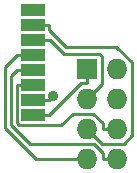
<source format=gtl>
G04 #@! TF.FileFunction,Copper,L1,Top,Signal*
%FSLAX46Y46*%
G04 Gerber Fmt 4.6, Leading zero omitted, Abs format (unit mm)*
G04 Created by KiCad (PCBNEW 4.0.2-stable) date Lundi 30 mai 2016 16:07:32*
%MOMM*%
G01*
G04 APERTURE LIST*
%ADD10C,0.100000*%
%ADD11R,2.000000X1.000000*%
%ADD12R,1.727200X1.727200*%
%ADD13O,1.727200X1.727200*%
%ADD14C,0.889000*%
%ADD15C,0.254000*%
G04 APERTURE END LIST*
D10*
D11*
X56500000Y-40200000D03*
X56500000Y-38930000D03*
X56500000Y-37660000D03*
X56500000Y-36390000D03*
X56500000Y-35120000D03*
X56500000Y-33850000D03*
X56500000Y-32580000D03*
X56500000Y-31310000D03*
D12*
X61100000Y-36300000D03*
D13*
X63640000Y-36300000D03*
X61100000Y-38840000D03*
X63640000Y-38840000D03*
X61100000Y-41380000D03*
X63640000Y-41380000D03*
X61100000Y-43920000D03*
X63640000Y-43920000D03*
D14*
X58200200Y-38611100D03*
D15*
X60536400Y-37544900D02*
X57881300Y-40200000D01*
X61100000Y-37544900D02*
X60536400Y-37544900D01*
X61100000Y-36300000D02*
X61100000Y-37544900D01*
X56500000Y-40200000D02*
X57881300Y-40200000D01*
X56500000Y-38930000D02*
X57881300Y-38930000D01*
X58200200Y-38611100D02*
X57881300Y-38930000D01*
X57906900Y-33850000D02*
X56500000Y-33850000D01*
X59081500Y-35024600D02*
X57906900Y-33850000D01*
X62102400Y-35024600D02*
X59081500Y-35024600D01*
X62345000Y-35267200D02*
X62102400Y-35024600D01*
X62345000Y-37595000D02*
X62345000Y-35267200D01*
X61100000Y-38840000D02*
X62345000Y-37595000D01*
X57881300Y-33051000D02*
X57881300Y-32580000D01*
X59263100Y-34432800D02*
X57881300Y-33051000D01*
X63553700Y-34432800D02*
X59263100Y-34432800D01*
X64886400Y-35765500D02*
X63553700Y-34432800D01*
X64886400Y-41941300D02*
X64886400Y-35765500D01*
X64177700Y-42650000D02*
X64886400Y-41941300D01*
X62370000Y-42650000D02*
X64177700Y-42650000D01*
X61100000Y-41380000D02*
X62370000Y-42650000D01*
X56500000Y-32580000D02*
X57881300Y-32580000D01*
X55118700Y-40872200D02*
X55118700Y-37660000D01*
X55336700Y-41090200D02*
X55118700Y-40872200D01*
X58874800Y-41090200D02*
X55336700Y-41090200D01*
X59855000Y-40110000D02*
X58874800Y-41090200D01*
X61591900Y-40110000D02*
X59855000Y-40110000D01*
X62395100Y-40913200D02*
X61591900Y-40110000D01*
X62395100Y-41380000D02*
X62395100Y-40913200D01*
X63640000Y-41380000D02*
X62395100Y-41380000D01*
X56500000Y-37660000D02*
X55118700Y-37660000D01*
X56500000Y-35120000D02*
X55118700Y-35120000D01*
X56728900Y-43920000D02*
X61100000Y-43920000D01*
X54102100Y-41293200D02*
X56728900Y-43920000D01*
X54102100Y-36136600D02*
X54102100Y-41293200D01*
X55118700Y-35120000D02*
X54102100Y-36136600D01*
X63640000Y-43920000D02*
X62395100Y-43920000D01*
X56500000Y-36390000D02*
X55118700Y-36390000D01*
X62395100Y-43453100D02*
X62395100Y-43920000D01*
X61617100Y-42675100D02*
X62395100Y-43453100D01*
X56202800Y-42675100D02*
X61617100Y-42675100D01*
X54610400Y-41082700D02*
X56202800Y-42675100D01*
X54610400Y-36898300D02*
X54610400Y-41082700D01*
X55118700Y-36390000D02*
X54610400Y-36898300D01*
M02*

</source>
